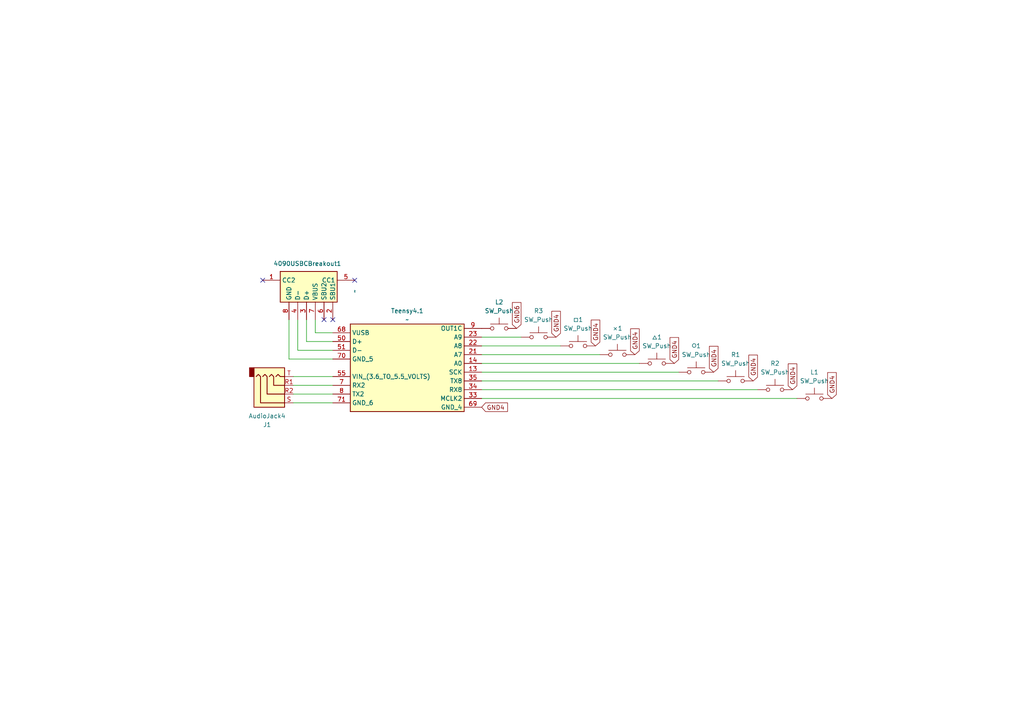
<source format=kicad_sch>
(kicad_sch (version 20231120) (generator "eeschema") (generator_version "8.0")
  (paper "A4")
  (lib_symbols
    (symbol "4090 USB C Breakout:4090_USB_C_Breakout"
      (property "Reference" "4090USBCBreakout1" (at 8.128 5.588 0))
      (property "Value" "~" (at 5.715 5.08 0))
      (symbol "4090_USB_C_Breakout_1_1"
        (rectangle (start 0 -16.51) (end 8.89 0) (stroke (width 0.254)) (fill (type background)))
        (pin passive line (at 2.54 -21.59 90) (length 5.08) (name "CC2") (number "1"))
        (pin passive line (at 13.97 -1.27 180) (length 5.08) (name "SBU1") (number "2"))
        (pin bidirectional line (at 13.97 -8.89 180) (length 5.08) (name "D+") (number "3"))
        (pin bidirectional line (at 13.97 -11.43 180) (length 5.08) (name "D-") (number "4"))
        (pin passive line (at 2.54 5.08 270) (length 5.08) (name "CC1") (number "5"))
        (pin passive line (at 13.97 -3.81 180) (length 5.08) (name "SBU2") (number "6"))
        (pin power_out line (at 13.97 -6.35 180) (length 5.08) (name "VBUS") (number "7"))
        (pin power_in line (at 13.97 -13.97 180) (length 5.08) (name "GND") (number "8"))
      )
    )
    (symbol "4090 USB C Breakout:Teensy4.1_LL"
      (property "Reference" "Teensy4.1LL" (at 16.764 1.778 0))
      (symbol "Teensy4.1_LL_1_1"
        (rectangle (start 0 0) (end 33.02 -25.4) (stroke (width 0.254)) (fill (type background)))
        (pin passive line (at -5.08 -13.97 0) (length 5.08) (name "SCK") (number "13"))
        (pin passive line (at -5.08 -11.43 0) (length 5.08) (name "A0") (number "14"))
        (pin passive line (at -5.08 -8.89 0) (length 5.08) (name "A7") (number "21"))
        (pin passive line (at -5.08 -6.35 0) (length 5.08) (name "A8") (number "22"))
        (pin passive line (at -5.08 -3.81 0) (length 5.08) (name "A9") (number "23"))
        (pin passive line (at -5.08 -21.59 0) (length 5.08) (name "MCLK2") (number "33"))
        (pin passive line (at -5.08 -19.05 0) (length 5.08) (name "RX8") (number "34"))
        (pin passive line (at -5.08 -16.51 0) (length 5.08) (name "TX8") (number "35"))
        (pin passive line (at 38.1 -5.08 180) (length 5.08) (name "D+") (number "50"))
        (pin passive line (at 38.1 -7.62 180) (length 5.08) (name "D-") (number "51"))
        (pin passive line (at 38.1 -15.24 180) (length 5.08) (name "VIN_(3.6_TO_5.5_VOLTS)") (number "55"))
        (pin passive line (at 38.1 -2.54 180) (length 5.08) (name "VUSB") (number "68"))
        (pin passive line (at -5.08 -24.13 0) (length 5.08) (name "GND_4") (number "69"))
        (pin passive line (at 38.1 -17.78 180) (length 5.08) (name "RX2") (number "7"))
        (pin passive line (at 38.1 -10.16 180) (length 5.08) (name "GND_5") (number "70"))
        (pin passive line (at 38.1 -22.86 180) (length 5.08) (name "GND_6") (number "71"))
        (pin passive line (at 38.1 -20.32 180) (length 5.08) (name "TX2") (number "8"))
        (pin passive line (at -5.08 -1.27 0) (length 5.08) (name "OUT1C") (number "9"))
      )
    )
    (symbol "Connector_Audio:AudioJack4"
      (property "Reference" "J" (at 0 8.89 0))
      (property "Value" "AudioJack4" (at 0 6.35 0))
      (symbol "AudioJack4_0_1"
        (rectangle (start -6.35 -5.08) (end -7.62 -7.62) (stroke (width 0.254)) (fill (type outline)))
        (polyline (pts (xy 0 -5.08) (xy 0.635 -5.715) (xy 1.27 -5.08) (xy 2.54 -5.08)) (stroke (width 0.254)))
        (polyline (pts (xy -5.715 -5.08) (xy -5.08 -5.715) (xy -4.445 -5.08) (xy -4.445 2.54) (xy 2.54 2.54)) (stroke (width 0.254)))
        (polyline (pts (xy -1.905 -5.08) (xy -1.27 -5.715) (xy -0.635 -5.08) (xy -0.635 -2.54) (xy 2.54 -2.54)) (stroke (width 0.254)))
        (polyline (pts (xy 2.54 0) (xy -2.54 0) (xy -2.54 -5.08) (xy -3.175 -5.715) (xy -3.81 -5.08)) (stroke (width 0.254)))
        (rectangle (start 2.54 3.81) (end -6.35 -7.62) (stroke (width 0.254)) (fill (type background)))
      )
      (symbol "AudioJack4_1_1"
        (pin passive line (at 5.08 -2.54 180) (length 2.54) (name "~") (number "R1"))
        (pin passive line (at 5.08 0 180) (length 2.54) (name "~") (number "R2"))
        (pin passive line (at 5.08 2.54 180) (length 2.54) (name "~") (number "S"))
        (pin passive line (at 5.08 -5.08 180) (length 2.54) (name "~") (number "T"))
      )
    )
    (symbol "Switch:SW_Push" (pin_numbers hide) (pin_names (offset 1.016) hide)
      (property "Reference" "SW" (at 1.27 2.54 0))
      (property "Value" "SW_Push" (at 0 -1.524 0))
      (symbol "SW_Push_0_1"
        (circle (center -2.032 0) (radius 0.508))
        (polyline (pts (xy 0 1.27) (xy 0 3.048)))
        (polyline (pts (xy 2.54 1.27) (xy -2.54 1.27)))
        (circle (center 2.032 0) (radius 0.508))
        (pin passive line (at -5.08 0 0) (length 2.54) (name "1") (number "1"))
        (pin passive line (at 5.08 0 180) (length 2.54) (name "2") (number "2"))
      )
    )
  )
  (no_connect (at 96.52 92.71))
  (no_connect (at 102.87 81.28))
  (no_connect (at 76.2 81.28))
  (no_connect (at 93.98 92.71))
  (wire (pts (xy 86.36 92.71) (xy 86.36 101.6)))
  (wire (pts (xy 139.7 113.03) (xy 219.71 113.03)))
  (wire (pts (xy 85.09 111.76) (xy 96.52 111.76)))
  (wire (pts (xy 139.7 107.95) (xy 196.85 107.95)))
  (wire (pts (xy 139.7 97.79) (xy 151.13 97.79)))
  (wire (pts (xy 91.44 96.52) (xy 96.52 96.52)))
  (wire (pts (xy 139.7 110.49) (xy 208.28 110.49)))
  (wire (pts (xy 139.7 100.33) (xy 162.56 100.33)))
  (wire (pts (xy 185.42 105.41) (xy 139.7 105.41)))
  (wire (pts (xy 91.44 92.71) (xy 91.44 96.52)))
  (wire (pts (xy 83.82 104.14) (xy 83.82 92.71)))
  (wire (pts (xy 85.09 109.22) (xy 96.52 109.22)))
  (wire (pts (xy 85.09 116.84) (xy 96.52 116.84)))
  (wire (pts (xy 231.14 115.57) (xy 139.7 115.57)))
  (wire (pts (xy 83.82 104.14) (xy 96.52 104.14)))
  (wire (pts (xy 88.9 99.06) (xy 96.52 99.06)))
  (wire (pts (xy 88.9 99.06) (xy 88.9 92.71)))
  (wire (pts (xy 86.36 101.6) (xy 96.52 101.6)))
  (wire (pts (xy 85.09 114.3) (xy 96.52 114.3)))
  (wire (pts (xy 173.99 102.87) (xy 139.7 102.87)))
  (global_label "GND4" (shape input) (at 229.87 113.03 90) (property "Intersheetrefs" "${INTERSHEET_REFS}" (effects (hide yes))))
  (global_label "GND4" (shape input) (at 184.15 102.87 90) (property "Intersheetrefs" "${INTERSHEET_REFS}" (effects (hide yes))))
  (global_label "GND4" (shape input) (at 241.3 115.57 90) (property "Intersheetrefs" "${INTERSHEET_REFS}" (effects (hide yes))))
  (global_label "GND4" (shape input) (at 218.44 110.49 90) (property "Intersheetrefs" "${INTERSHEET_REFS}" (effects (hide yes))))
  (global_label "GND4" (shape input) (at 161.29 97.79 90) (property "Intersheetrefs" "${INTERSHEET_REFS}" (effects (hide yes))))
  (global_label "GND4" (shape input) (at 195.58 105.41 90) (property "Intersheetrefs" "${INTERSHEET_REFS}" (effects (hide yes))))
  (global_label "GND4" (shape input) (at 172.72 100.33 90) (property "Intersheetrefs" "${INTERSHEET_REFS}" (effects (hide yes))))
  (global_label "GND4" (shape input) (at 139.7 118.11 0) (property "Intersheetrefs" "${INTERSHEET_REFS}" (effects (hide yes))))
  (global_label "GND4" (shape input) (at 207.01 107.95 90) (property "Intersheetrefs" "${INTERSHEET_REFS}" (effects (hide yes))))
  (global_label "GND6" (shape input) (at 149.86 95.25 90) (property "Intersheetrefs" "${INTERSHEET_REFS}" (effects (hide yes))))
  (symbol (lib_id "Switch:SW_Push") (at 201.93 107.95 0) (unit 1)
    (property "Reference" "〇1" (at 201.93 100.33 0))
    (property "Value" "SW_Push" (at 201.93 102.87 0))
    (property "Footprint" "Shinma'sAddLibrary:SW_Kailh_Choc_V2_Lofree_Flow" (effects (hide yes)))
    (property "Description" "Push button switch, generic, two pins" (effects (hide yes)))
  )
  (symbol (lib_id "Switch:SW_Push") (at 167.64 100.33 0) (unit 1)
    (property "Reference" "□1" (at 167.64 92.71 0))
    (property "Value" "SW_Push" (at 167.64 95.25 0))
    (property "Footprint" "Shinma'sAddLibrary:SW_Kailh_Choc_V2_Lofree_Flow" (effects (hide yes)))
    (property "Description" "Push button switch, generic, two pins" (effects (hide yes)))
  )
  (symbol (lib_id "Switch:SW_Push") (at 179.07 102.87 0) (unit 1)
    (property "Reference" "×1" (at 179.07 95.25 0))
    (property "Value" "SW_Push" (at 179.07 97.79 0))
    (property "Footprint" "Shinma'sAddLibrary:SW_Kailh_Choc_V2_Lofree_Flow" (effects (hide yes)))
    (property "Description" "Push button switch, generic, two pins" (effects (hide yes)))
  )
  (symbol (lib_id "Switch:SW_Push") (at 156.21 97.79 0) (unit 1)
    (property "Reference" "R3" (at 156.21 90.17 0))
    (property "Value" "SW_Push" (at 156.21 92.71 0))
    (property "Footprint" "Shinma'sAddLibrary:SW_Kailh_Choc_V2_Lofree_Flow" (effects (hide yes)))
    (property "Description" "Push button switch, generic, two pins" (effects (hide yes)))
  )
  (symbol (lib_id "Switch:SW_Push") (at 213.36 110.49 0) (unit 1)
    (property "Reference" "R1" (at 213.36 102.87 0))
    (property "Value" "SW_Push" (at 213.36 105.41 0))
    (property "Footprint" "Shinma'sAddLibrary:SW_Kailh_Choc_V2_Lofree_Flow" (effects (hide yes)))
    (property "Description" "Push button switch, generic, two pins" (effects (hide yes)))
  )
  (symbol (lib_id "Switch:SW_Push") (at 190.5 105.41 0) (unit 1)
    (property "Reference" "△1" (at 190.5 97.79 0))
    (property "Value" "SW_Push" (at 190.5 100.33 0))
    (property "Footprint" "Shinma'sAddLibrary:SW_Kailh_Choc_V2_Lofree_Flow" (effects (hide yes)))
    (property "Description" "Push button switch, generic, two pins" (effects (hide yes)))
  )
  (symbol (lib_id "4090 USB C Breakout:4090_USB_C_Breakout") (at 97.79 78.74 270) (unit 1)
    (property "Reference" "4090USBCBreakout1" (at 89.154 76.454 90))
    (property "Value" "~" (at 102.87 84.455 0))
    (property "Footprint" "Shinma'sAddLibrary:4090 LL" (effects (hide yes)))
  )
  (symbol (lib_id "Switch:SW_Push") (at 224.79 113.03 0) (unit 1)
    (property "Reference" "R2" (at 224.79 105.41 0))
    (property "Value" "SW_Push" (at 224.79 107.95 0))
    (property "Footprint" "Shinma'sAddLibrary:SW_Kailh_Choc_V2_Lofree_Flow" (effects (hide yes)))
    (property "Description" "Push button switch, generic, two pins" (effects (hide yes)))
  )
  (symbol (lib_id "Switch:SW_Push") (at 144.78 95.25 0) (unit 1)
    (property "Reference" "L2" (at 144.78 87.63 0))
    (property "Value" "SW_Push" (at 144.78 90.17 0))
    (property "Footprint" "Shinma'sAddLibrary:SW_Kailh_Choc_V2_Lofree_Flow" (effects (hide yes)))
    (property "Description" "Push button switch, generic, two pins" (effects (hide yes)))
  )
  (symbol (lib_id "Connector_Audio:AudioJack4") (at 80.01 114.3 0) (mirror x) (unit 1)
    (property "Reference" "J1" (at 77.47 123.19 0))
    (property "Value" "AudioJack4" (at 77.47 120.65 0))
    (property "Footprint" "Shinma'sAddLibrary:TRRS LL" (effects (hide yes)))
    (property "Description" "Audio Jack, 4 Poles (TRRS)" (effects (hide yes)))
  )
  (symbol (lib_id "Switch:SW_Push") (at 236.22 115.57 0) (unit 1)
    (property "Reference" "L1" (at 236.22 107.95 0))
    (property "Value" "SW_Push" (at 236.22 110.49 0))
    (property "Footprint" "Shinma'sAddLibrary:SW_Kailh_Choc_V2_Lofree_Flow" (effects (hide yes)))
    (property "Description" "Push button switch, generic, two pins" (effects (hide yes)))
  )
  (symbol (lib_id "4090 USB C Breakout:Teensy4.1_LL") (at 134.62 93.98 0) (mirror y) (unit 1)
    (property "Reference" "Teensy4.1" (at 118.11 90.17 0))
    (property "Value" "~" (at 118.11 92.71 0))
    (property "Footprint" "Shinma'sAddLibrary:Teensy 4.1 LL" (effects (hide yes)))
  )
)
</source>
